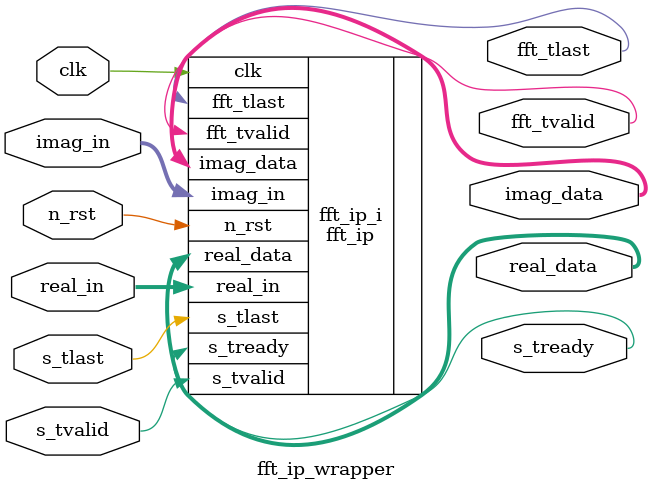
<source format=v>
`timescale 1 ps / 1 ps

module fft_ip_wrapper
   (clk,
    fft_tlast,
    fft_tvalid,
    imag_data,
    imag_in,
    n_rst,
    real_data,
    real_in,
    s_tlast,
    s_tready,
    s_tvalid);
  input clk;
  output fft_tlast;
  output fft_tvalid;
  output [15:0]imag_data;
  input [15:0]imag_in;
  input n_rst;
  output [15:0]real_data;
  input [15:0]real_in;
  input s_tlast;
  output s_tready;
  input s_tvalid;

  wire clk;
  wire fft_tlast;
  wire fft_tvalid;
  wire [15:0]imag_data;
  wire [15:0]imag_in;
  wire n_rst;
  wire [15:0]real_data;
  wire [15:0]real_in;
  wire s_tlast;
  wire s_tready;
  wire s_tvalid;

  fft_ip fft_ip_i
       (.clk(clk),
        .fft_tlast(fft_tlast),
        .fft_tvalid(fft_tvalid),
        .imag_data(imag_data),
        .imag_in(imag_in),
        .n_rst(n_rst),
        .real_data(real_data),
        .real_in(real_in),
        .s_tlast(s_tlast),
        .s_tready(s_tready),
        .s_tvalid(s_tvalid));
endmodule

</source>
